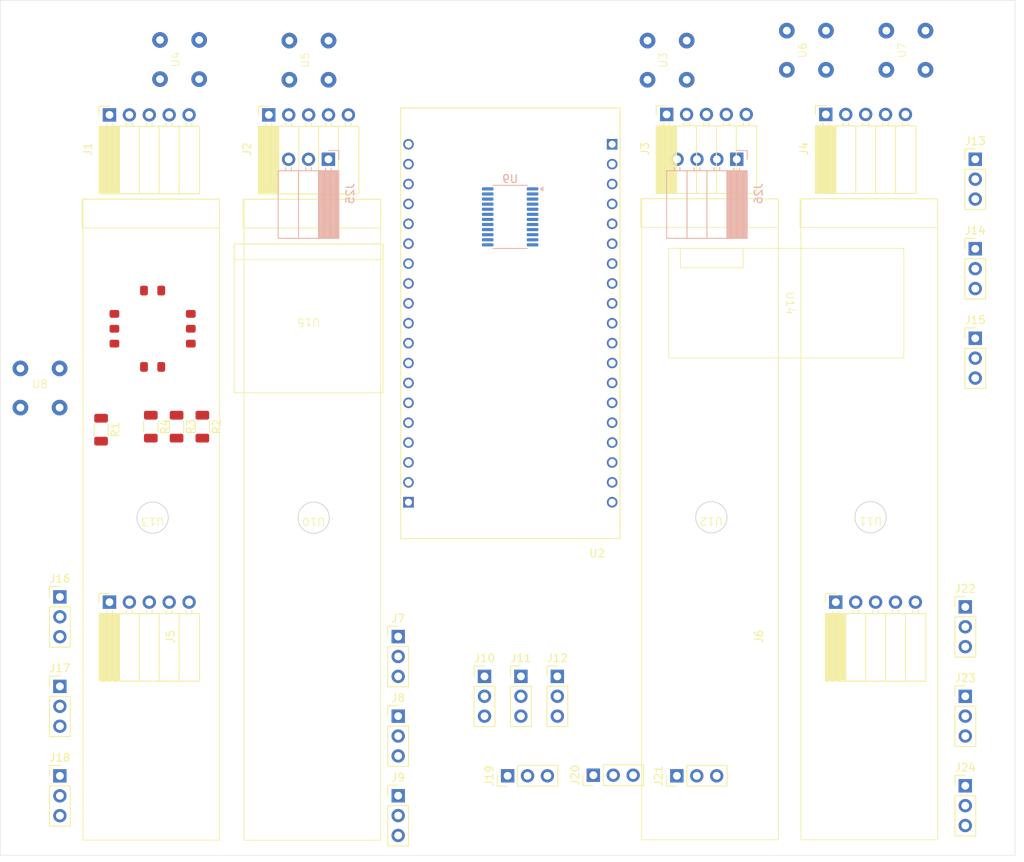
<source format=kicad_pcb>
(kicad_pcb (version 20240108) (generator "pcbnew") (generator_version "8.0")
  (layers (0 "F.Cu" signal) (31 "B.Cu" signal) (34 "B.Paste" user) (35 "F.Paste" user) (36 "B.SilkS" user "B.Silkscreen") (37 "F.SilkS" user "F.Silkscreen") (38 "B.Mask" user) (39 "F.Mask" user) (44 "Edge.Cuts" user))
  (net 0 "")
  (net 1 "CELL4-")
  (net 2 "Net-(J1-Pin_2)")
  (net 3 "Net-(J1-Pin_1)")
  (net 5 "Net-(J1-Pin_3)")
  (net 8 "VRX1")
  (net 9 "SW1")
  (net 10 "VRY2")
  (net 12 "VRY1")
  (net 15 "VRX2")
  (net 24 "+5V")
  (net 25 "GND")
  (net 26 "CELL2+")
  (net 27 "CELL3+")
  (net 28 "CELL4+")
  (net 29 "CELL1+")
  (net 36 "SW2")
  (net 37 "Net-(R1-Pad1)")
  (net 38 "BUT5")
  (net 39 "BUT1")
  (net 40 "BUT3")
  (net 41 "BUT4")
  (net 42 "BUT2")
  (net 45 "SERV1")
  (net 46 "SERV2")
  (net 47 "SERV3")
  (net 48 "SERV4")
  (net 49 "SERV5")
  (net 50 "SERV6")
  (net 51 "SERV7")
  (net 52 "SERV8")
  (net 53 "SERV10")
  (net 54 "SERV11")
  (net 55 "SERV12")
  (net 56 "SERV13")
  (net 57 "SERV14")
  (net 58 "SERV15")
  (net 59 "SERV16")
  (net 60 "SERV17")
  (net 61 "SERV9")
  (net 62 "SERV18")
  (net 63 "SDA")
  (net 64 "SCL")
  (net 65 "Net-(U9-A0)")
  (net 66 "Net-(U9-A1)")
  (net 67 "Net-(U9-A2)")
  (net 68 "DATA")
  (footprint "Connector_PinHeader_2.54mm:PinHeader_1x03_P2.54mm_Vertical" (layer "F.Cu") (at 200.66 127.015)
    (property "Reference" "J22" (at 0 -2.33 0) (layer "F.SilkS"))
    (property "Value" "Conn_01x03_Pin")
    (pad "1" thru_hole rect (at 0 0) (size 1.7 1.7) (drill 1) (layers "*.Cu" "*.Mask") (net 24 "+5V"))
    (pad "2" thru_hole oval (at 0 2.54) (size 1.7 1.7) (drill 1) (layers "*.Cu" "*.Mask") (net 60 "SERV17"))
    (pad "3" thru_hole oval (at 0 5.08) (size 1.7 1.7) (drill 1) (layers "*.Cu" "*.Mask") (net 25 "GND"))
  )
  (footprint "Connector_PinHeader_2.54mm:PinHeader_1x03_P2.54mm_Vertical" (layer "F.Cu") (at 163.845 148.59 90)
    (property "Reference" "J21" (at 0 -2.33 90) (layer "F.SilkS"))
    (property "Value" "Conn_01x03_Pin")
    (pad "1" thru_hole rect (at 0 0 90) (size 1.7 1.7) (drill 1) (layers "*.Cu" "*.Mask") (net 24 "+5V"))
    (pad "2" thru_hole oval (at 0 2.54 90) (size 1.7 1.7) (drill 1) (layers "*.Cu" "*.Mask") (net 59 "SERV16"))
    (pad "3" thru_hole oval (at 0 5.08 90) (size 1.7 1.7) (drill 1) (layers "*.Cu" "*.Mask") (net 25 "GND"))
  )
  (footprint "Connector_PinSocket_2.54mm:PinSocket_1x05_P2.54mm_Horizontal" (layer "F.Cu") (at 162.54 64.12 90)
    (property "Reference" "J3" (at -4.38 -2.77 90) (layer "F.SilkS"))
    (property "Value" "Conn_01x05_Socket")
    (pad "1" thru_hole rect (at 0 0 90) (size 1.7 1.7) (drill 1) (layers "*.Cu" "*.Mask") (net 3 "Net-(J1-Pin_1)"))
    (pad "2" thru_hole oval (at 0 2.54 90) (size 1.7 1.7) (drill 1) (layers "*.Cu" "*.Mask") (net 2 "Net-(J1-Pin_2)"))
    (pad "3" thru_hole oval (at 0 5.08 90) (size 1.7 1.7) (drill 1) (layers "*.Cu" "*.Mask"))
    (pad "4" thru_hole oval (at 0 7.62 90) (size 1.7 1.7) (drill 1) (layers "*.Cu" "*.Mask") (net 27 "CELL3+"))
    (pad "5" thru_hole oval (at 0 10.16 90) (size 1.7 1.7) (drill 1) (layers "*.Cu" "*.Mask") (net 28 "CELL4+"))
  )
  (footprint "Resistor_SMD:R_1206_3216Metric" (layer "F.Cu") (at 96.694783 103.997591 -90)
    (property "Reference" "R4" (at 0 -1.82 90) (layer "F.SilkS"))
    (property "Value" "10k")
    (pad "1" smd roundrect (at -1.4625 0 270) (size 1.125 1.75) (layers "F.Cu" "F.Paste" "F.Mask") (roundrect_rratio 0.222222) (net 67 "Net-(U9-A2)"))
    (pad "2" smd roundrect (at 1.4625 0 270) (size 1.125 1.75) (layers "F.Cu" "F.Paste" "F.Mask") (roundrect_rratio 0.222222) (net 25 "GND"))
  )
  (footprint "Connector_PinHeader_2.54mm:PinHeader_1x03_P2.54mm_Vertical" (layer "F.Cu") (at 139.29 135.89)
    (property "Reference" "J10" (at 0 -2.33 0) (layer "F.SilkS"))
    (property "Value" "Conn_01x03_Pin")
    (pad "1" thru_hole rect (at 0 0) (size 1.7 1.7) (drill 1) (layers "*.Cu" "*.Mask") (net 24 "+5V"))
    (pad "2" thru_hole oval (at 0 2.54) (size 1.7 1.7) (drill 1) (layers "*.Cu" "*.Mask") (net 48 "SERV4"))
    (pad "3" thru_hole oval (at 0 5.08) (size 1.7 1.7) (drill 1) (layers "*.Cu" "*.Mask") (net 25 "GND"))
  )
  (footprint "BMU:BMU" (layer "F.Cu") (at 168.245 115.57 180)
    (property "Reference" "U12" (at 0 -0.5 180) (layer "F.SilkS") (effects (font (thickness 0.1))))
    (property "Value" "~")
    (fp_circle (center 0 0) (end 2 0) (stroke (width 0.1)) (fill none) (layer "Edge.Cuts"))
  )
  (footprint "Connector_PinHeader_2.54mm:PinHeader_1x03_P2.54mm_Vertical" (layer "F.Cu") (at 85.09 148.605)
    (property "Reference" "J18" (at 0 -2.33 0) (layer "F.SilkS"))
    (property "Value" "Conn_01x03_Pin")
    (pad "1" thru_hole rect (at 0 0) (size 1.7 1.7) (drill 1) (layers "*.Cu" "*.Mask") (net 24 "+5V"))
    (pad "2" thru_hole oval (at 0 2.54) (size 1.7 1.7) (drill 1) (layers "*.Cu" "*.Mask") (net 56 "SERV13"))
    (pad "3" thru_hole oval (at 0 5.08) (size 1.7 1.7) (drill 1) (layers "*.Cu" "*.Mask") (net 25 "GND"))
  )
  (footprint "Batteriestecker:Batteriestecker" (layer "F.Cu") (at 193.08 55.92 90)
    (property "Reference" "U7" (at 0 -0.5 90) (layer "F.SilkS") (effects (font (thickness 0.1))))
    (property "Value" "~")
    (pad "1" thru_hole circle (at -2.5 -2.5 90) (size 2 2) (drill 1) (layers "*.Cu" "*.Mask") (net 28 "CELL4+"))
    (pad "1" thru_hole circle (at 2.5 -2.5 90) (size 2 2) (drill 1) (layers "*.Cu" "*.Mask") (net 28 "CELL4+"))
    (pad "2" thru_hole circle (at -2.5 2.5 90) (size 2 2) (drill 1) (layers "*.Cu" "*.Mask") (net 1 "CELL4-"))
    (pad "2" thru_hole circle (at 2.5 2.5 90) (size 2 2) (drill 1) (layers "*.Cu" "*.Mask") (net 1 "CELL4-"))
  )
  (footprint "Connector_PinSocket_2.54mm:PinSocket_1x05_P2.54mm_Horizontal" (layer "F.Cu") (at 91.42 64.18 90)
    (property "Reference" "J1" (at -4.38 -2.77 90) (layer "F.SilkS"))
    (property "Value" "Conn_01x05_Socket")
    (pad "1" thru_hole rect (at 0 0 90) (size 1.7 1.7) (drill 1) (layers "*.Cu" "*.Mask") (net 3 "Net-(J1-Pin_1)"))
    (pad "2" thru_hole oval (at 0 2.54 90) (size 1.7 1.7) (drill 1) (layers "*.Cu" "*.Mask") (net 2 "Net-(J1-Pin_2)"))
    (pad "3" thru_hole oval (at 0 5.08 90) (size 1.7 1.7) (drill 1) (layers "*.Cu" "*.Mask") (net 5 "Net-(J1-Pin_3)"))
    (pad "4" thru_hole oval (at 0 7.62 90) (size 1.7 1.7) (drill 1) (layers "*.Cu" "*.Mask") (net 29 "CELL1+"))
    (pad "5" thru_hole oval (at 0 10.16 90) (size 1.7 1.7) (drill 1) (layers "*.Cu" "*.Mask") (net 26 "CELL2+"))
  )
  (footprint "Connector_PinHeader_2.54mm:PinHeader_1x03_P2.54mm_Vertical" (layer "F.Cu") (at 142.24 148.59 90)
    (property "Reference" "J19" (at 0 -2.33 90) (layer "F.SilkS"))
    (property "Value" "Conn_01x03_Pin")
    (pad "1" thru_hole rect (at 0 0 90) (size 1.7 1.7) (drill 1) (layers "*.Cu" "*.Mask") (net 24 "+5V"))
    (pad "2" thru_hole oval (at 0 2.54 90) (size 1.7 1.7) (drill 1) (layers "*.Cu" "*.Mask") (net 57 "SERV14"))
    (pad "3" thru_hole oval (at 0 5.08 90) (size 1.7 1.7) (drill 1) (layers "*.Cu" "*.Mask") (net 25 "GND"))
  )
  (footprint "Resistor_SMD:R_1206_3216Metric" (layer "F.Cu") (at 99.984783 103.997591 -90)
    (property "Reference" "R3" (at 0 -1.82 90) (layer "F.SilkS"))
    (property "Value" "10k")
    (pad "1" smd roundrect (at -1.4625 0 270) (size 1.125 1.75) (layers "F.Cu" "F.Paste" "F.Mask") (roundrect_rratio 0.222222) (net 66 "Net-(U9-A1)"))
    (pad "2" smd roundrect (at 1.4625 0 270) (size 1.125 1.75) (layers "F.Cu" "F.Paste" "F.Mask") (roundrect_rratio 0.222222) (net 25 "GND"))
  )
  (footprint "Batteriestecker:Batteriestecker" (layer "F.Cu") (at 162.6 57.19 90)
    (property "Reference" "U3" (at 0 -0.5 90) (layer "F.SilkS") (effects (font (thickness 0.1))))
    (property "Value" "~")
    (pad "1" thru_hole circle (at -2.5 -2.5 90) (size 2 2) (drill 1) (layers "*.Cu" "*.Mask") (net 5 "Net-(J1-Pin_3)"))
    (pad "1" thru_hole circle (at 2.5 -2.5 90) (size 2 2) (drill 1) (layers "*.Cu" "*.Mask") (net 5 "Net-(J1-Pin_3)"))
    (pad "2" thru_hole circle (at -2.5 2.5 90) (size 2 2) (drill 1) (layers "*.Cu" "*.Mask") (net 1 "CELL4-"))
    (pad "2" thru_hole circle (at 2.5 2.5 90) (size 2 2) (drill 1) (layers "*.Cu" "*.Mask") (net 1 "CELL4-"))
  )
  (footprint "Batteriestecker:Batteriestecker" (layer "F.Cu") (at 116.88 57.19 90)
    (property "Reference" "U5" (at 0 -0.5 90) (layer "F.SilkS") (effects (font (thickness 0.1))))
    (property "Value" "~")
    (pad "1" thru_hole circle (at -2.5 -2.5 90) (size 2 2) (drill 1) (layers "*.Cu" "*.Mask") (net 26 "CELL2+"))
    (pad "1" thru_hole circle (at 2.5 -2.5 90) (size 2 2) (drill 1) (layers "*.Cu" "*.Mask") (net 26 "CELL2+"))
    (pad "2" thru_hole circle (at -2.5 2.5 90) (size 2 2) (drill 1) (layers "*.Cu" "*.Mask") (net 27 "CELL3+"))
    (pad "2" thru_hole circle (at 2.5 2.5 90) (size 2 2) (drill 1) (layers "*.Cu" "*.Mask") (net 27 "CELL3+"))
  )
  (footprint "Connector_PinHeader_2.54mm:PinHeader_1x03_P2.54mm_Vertical" (layer "F.Cu") (at 128.27 151.13)
    (property "Reference" "J9" (at 0 -2.33 0) (layer "F.SilkS"))
    (property "Value" "Conn_01x03_Pin")
    (pad "1" thru_hole rect (at 0 0) (size 1.7 1.7) (drill 1) (layers "*.Cu" "*.Mask") (net 24 "+5V"))
    (pad "2" thru_hole oval (at 0 2.54) (size 1.7 1.7) (drill 1) (layers "*.Cu" "*.Mask") (net 47 "SERV3"))
    (pad "3" thru_hole oval (at 0 5.08) (size 1.7 1.7) (drill 1) (layers "*.Cu" "*.Mask") (net 25 "GND"))
  )
  (footprint "Lokale Bibliothek:Sender" (layer "F.Cu") (at 116.84 90.17 180)
    (property "Reference" "U15" (at 0 -0.5 180) (layer "F.SilkS") (effects (font (thickness 0.1))))
    (property "Value" "~")
  )
  (footprint "Lokale Bibliothek:Empfänger" (layer "F.Cu") (at 177.8 88.22 -90)
    (property "Reference" "U14" (at 0 -0.5 -90) (layer "F.SilkS") (effects (font (thickness 0.1))))
    (property "Value" "~")
  )
  (footprint "Connector_PinSocket_2.54mm:PinSocket_1x05_P2.54mm_Horizontal" (layer "F.Cu") (at 182.86 64.12 90)
    (property "Reference" "J4" (at -4.38 -2.77 90) (layer "F.SilkS"))
    (property "Value" "Conn_01x05_Socket")
    (pad "1" thru_hole rect (at 0 0 90) (size 1.7 1.7) (drill 1) (layers "*.Cu" "*.Mask") (net 3 "Net-(J1-Pin_1)"))
    (pad "2" thru_hole oval (at 0 2.54 90) (size 1.7 1.7) (drill 1) (layers "*.Cu" "*.Mask") (net 2 "Net-(J1-Pin_2)"))
    (pad "3" thru_hole oval (at 0 5.08 90) (size 1.7 1.7) (drill 1) (layers "*.Cu" "*.Mask"))
    (pad "4" thru_hole oval (at 0 7.62 90) (size 1.7 1.7) (drill 1) (layers "*.Cu" "*.Mask") (net 28 "CELL4+"))
    (pad "5" thru_hole oval (at 0 10.16 90) (size 1.7 1.7) (drill 1) (layers "*.Cu" "*.Mask") (net 1 "CELL4-"))
  )
  (footprint "Connector_PinHeader_2.54mm:PinHeader_1x03_P2.54mm_Vertical" (layer "F.Cu") (at 153.184386 148.509185 90)
    (property "Reference" "J20" (at 0 -2.33 90) (layer "F.SilkS"))
    (property "Value" "Conn_01x03_Pin")
    (pad "1" thru_hole rect (at 0 0 90) (size 1.7 1.7) (drill 1) (layers "*.Cu" "*.Mask") (net 24 "+5V"))
    (pad "2" thru_hole oval (at 0 2.54 90) (size 1.7 1.7) (drill 1) (layers "*.Cu" "*.Mask") (net 58 "SERV15"))
    (pad "3" thru_hole oval (at 0 5.08 90) (size 1.7 1.7) (drill 1) (layers "*.Cu" "*.Mask") (net 25 "GND"))
  )
  (footprint "Library:Steuerkreuz" (layer "F.Cu") (at 96.924783 91.490091)
    (property "Reference" "U1" (hide yes))
    (property "Value" "~" (hide yes))
    (pad "1" smd roundrect (at 1.1 4.875 90) (size 1.25 1) (layers "F.Cu" "F.Paste" "F.Mask") (net 39 "BUT1"))
    (pad "2" smd roundrect (at -1.1 4.875 90) (size 1.25 1) (layers "F.Cu" "F.Paste" "F.Mask") (net 42 "BUT2"))
    (pad "3" smd roundrect (at -4.875 1.9 180) (size 1.25 1) (layers "F.Cu" "F.Paste" "F.Mask") (net 37 "Net-(R1-Pad1)"))
    (pad "4" smd roundrect (at -4.875 0 180) (size 1.25 1) (layers "F.Cu" "F.Paste" "F.Mask") (net 40 "BUT3"))
    (pad "5" smd roundrect (at -4.875 -1.9 180) (size 1.25 1) (layers "F.Cu" "F.Paste" "F.Mask") (net 41 "BUT4"))
    (pad "6" smd roundrect (at -1.1 -4.875 270) (size 1.25 1) (layers "F.Cu" "F.Paste" "F.Mask") (net 37 "Net-(R1-Pad1)"))
    (pad "7" smd roundrect (at 1.1 -4.875 270) (size 1.25 1) (layers "F.Cu" "F.Paste" "F.Mask") (net 38 "BUT5"))
    (pad "8" smd roundrect (at 4.875 -1.9) (size 1.25 1) (layers "F.Cu" "F.Paste" "F.Mask") (net 37 "Net-(R1-Pad1)"))
    (pad "9" smd roundrect (at 4.875 0) (size 1.25 1) (layers "F.Cu" "F.Paste" "F.Mask") (net 37 "Net-(R1-Pad1)"))
    (pad "10" smd roundrect (at 4.875 1.9) (size 1.25 1) (layers "F.Cu" "F.Paste" "F.Mask") (net 37 "Net-(R1-Pad1)"))
  )
  (footprint "Connector_PinHeader_2.54mm:PinHeader_1x03_P2.54mm_Vertical" (layer "F.Cu") (at 128.27 140.97)
    (property "Reference" "J8" (at 0 -2.33 0) (layer "F.SilkS"))
    (property "Value" "Conn_01x03_Pin")
    (pad "1" thru_hole rect (at 0 0) (size 1.7 1.7) (drill 1) (layers "*.Cu" "*.Mask") (net 24 "+5V"))
    (pad "2" thru_hole oval (at 0 2.54) (size 1.7 1.7) (drill 1) (layers "*.Cu" "*.Mask") (net 46 "SERV2"))
    (pad "3" thru_hole oval (at 0 5.08) (size 1.7 1.7) (drill 1) (layers "*.Cu" "*.Mask") (net 25 "GND"))
  )
  (footprint "Batteriestecker:Batteriestecker" (layer "F.Cu") (at 82.55 99.06)
    (property "Reference" "U8" (at 0 -0.5 0) (layer "F.SilkS") (effects (font (thickness 0.1))))
    (property "Value" "~")
    (pad "1" thru_hole circle (at -2.5 -2.5) (size 2 2) (drill 1) (layers "*.Cu" "*.Mask") (net 24 "+5V"))
    (pad "1" thru_hole circle (at 2.5 -2.5) (size 2 2) (drill 1) (layers "*.Cu" "*.Mask") (net 24 "+5V"))
    (pad "2" thru_hole circle (at -2.5 2.5) (size 2 2) (drill 1) (layers "*.Cu" "*.Mask") (net 25 "GND"))
    (pad "2" thru_hole circle (at 2.5 2.5) (size 2 2) (drill 1) (layers "*.Cu" "*.Mask") (net 25 "GND"))
  )
  (footprint "Batteriestecker:Batteriestecker" (layer "F.Cu") (at 180.38 55.92 90)
    (property "Reference" "U6" (at 0 -0.5 90) (layer "F.SilkS") (effects (font (thickness 0.1))))
    (property "Value" "~")
    (pad "1" thru_hole circle (at -2.5 -2.5 90) (size 2 2) (drill 1) (layers "*.Cu" "*.Mask") (net 27 "CELL3+"))
    (pad "1" thru_hole circle (at 2.5 -2.5 90) (size 2 2) (drill 1) (layers "*.Cu" "*.Mask") (net 27 "CELL3+"))
    (pad "2" thru_hole circle (at -2.5 2.5 90) (size 2 2) (drill 1) (layers "*.Cu" "*.Mask") (net 28 "CELL4+"))
    (pad "2" thru_hole circle (at 2.5 2.5 90) (size 2 2) (drill 1) (layers "*.Cu" "*.Mask") (net 28 "CELL4+"))
  )
  (footprint "BMU:BMU" (layer "F.Cu") (at 96.924783 115.620091 180)
    (property "Reference" "U13" (at 0 -0.5 180) (layer "F.SilkS") (effects (font (thickness 0.1))))
    (property "Value" "~")
    (fp_circle (center 0 0) (end 2 0) (stroke (width 0.1)) (fill none) (layer "Edge.Cuts"))
  )
  (footprint "BMU:BMU" (layer "F.Cu") (at 117.485 115.63 180)
    (property "Reference" "U10" (at 0 -0.5 180) (layer "F.SilkS") (effects (font (thickness 0.1))))
    (property "Value" "~")
    (fp_circle (center 0 0) (end 2 0) (stroke (width 0.1)) (fill none) (layer "Edge.Cuts"))
  )
  (footprint "Connector_PinSocket_2.54mm:PinSocket_1x05_P2.54mm_Horizontal" (layer "F.Cu") (at 111.76 64.18 90)
    (property "Reference" "J2" (at -4.38 -2.77 90) (layer "F.SilkS"))
    (property "Value" "Conn_01x05_Socket")
    (pad "1" thru_hole rect (at 0 0 90) (size 1.7 1.7) (drill 1) (layers "*.Cu" "*.Mask") (net 3 "Net-(J1-Pin_1)"))
    (pad "2" thru_hole oval (at 0 2.54 90) (size 1.7 1.7) (drill 1) (layers "*.Cu" "*.Mask") (net 2 "Net-(J1-Pin_2)"))
    (pad "3" thru_hole oval (at 0 5.08 90) (size 1.7 1.7) (drill 1) (layers "*.Cu" "*.Mask"))
    (pad "4" thru_hole oval (at 0 7.62 90) (size 1.7 1.7) (drill 1) (layers "*.Cu" "*.Mask") (net 26 "CELL2+"))
    (pad "5" thru_hole oval (at 0 10.16 90) (size 1.7 1.7) (drill 1) (layers "*.Cu" "*.Mask") (net 27 "CELL3+"))
  )
  (footprint "Resistor_SMD:R_1206_3216Metric" (layer "F.Cu") (at 90.344783 104.382591 -90)
    (property "Reference" "R1" (at 0 -1.82 90) (layer "F.SilkS"))
    (property "Value" "10k")
    (pad "1" smd roundrect (at -1.4625 0 270) (size 1.125 1.75) (layers "F.Cu" "F.Paste" "F.Mask") (roundrect_rratio 0.222222) (net 37 "Net-(R1-Pad1)"))
    (pad "2" smd roundrect (at 1.4625 0 270) (size 1.125 1.75) (layers "F.Cu" "F.Paste" "F.Mask") (roundrect_rratio 0.222222) (net 25 "GND"))
  )
  (footprint "Connector_PinHeader_2.54mm:PinHeader_1x03_P2.54mm_Vertical" (layer "F.Cu") (at 201.93 69.85)
    (property "Reference" "J13" (at 0 -2.33 0) (layer "F.SilkS"))
    (property "Value" "Conn_01x03_Pin")
    (pad "1" thru_hole rect (at 0 0) (size 1.7 1.7) (drill 1) (layers "*.Cu" "*.Mask") (net 24 "+5V"))
    (pad "2" thru_hole oval (at 0 2.54) (size 1.7 1.7) (drill 1) (layers "*.Cu" "*.Mask") (net 51 "SERV7"))
    (pad "3" thru_hole oval (at 0 5.08) (size 1.7 1.7) (drill 1) (layers "*.Cu" "*.Mask") (net 25 "GND"))
  )
  (footprint "Connector_PinHeader_2.54mm:PinHeader_1x03_P2.54mm_Vertical" (layer "F.Cu") (at 148.59 135.89)
    (property "Reference" "J12" (at 0 -2.33 0) (layer "F.SilkS"))
    (property "Value" "Conn_01x03_Pin")
    (pad "1" thru_hole rect (at 0 0) (size 1.7 1.7) (drill 1) (layers "*.Cu" "*.Mask") (net 24 "+5V"))
    (pad "2" thru_hole oval (at 0 2.54) (size 1.7 1.7) (drill 1) (layers "*.Cu" "*.Mask") (net 50 "SERV6"))
    (pad "3" thru_hole oval (at 0 5.08) (size 1.7 1.7) (drill 1) (layers "*.Cu" "*.Mask") (net 25 "GND"))
  )
  (footprint "Connector_PinHeader_2.54mm:PinHeader_1x03_P2.54mm_Vertical" (layer "F.Cu") (at 200.66 138.43)
    (property "Reference" "J23" (at 0 -2.33 0) (layer "F.SilkS"))
    (property "Value" "Conn_01x03_Pin")
    (pad "1" thru_hole rect (at 0 0) (size 1.7 1.7) (drill 1) (layers "*.Cu" "*.Mask") (net 24 "+5V"))
    (pad "2" thru_hole oval (at 0 2.54) (size 1.7 1.7) (drill 1) (layers "*.Cu" "*.Mask") (net 61 "SERV9"))
    (pad "3" thru_hole oval (at 0 5.08) (size 1.7 1.7) (drill 1) (layers "*.Cu" "*.Mask") (net 25 "GND"))
  )
  (footprint "Batteriestecker:Batteriestecker" (layer "F.Cu") (at 100.37 57.11 90)
    (property "Reference" "U4" (at 0 -0.5 90) (layer "F.SilkS") (effects (font (thickness 0.1))))
    (property "Value" "~")
    (pad "1" thru_hole circle (at -2.5 -2.5 90) (size 2 2) (drill 1) (layers "*.Cu" "*.Mask") (net 29 "CELL1+"))
    (pad "1" thru_hole circle (at 2.5 -2.5 90) (size 2 2) (drill 1) (layers "*.Cu" "*.Mask") (net 29 "CELL1+"))
    (pad "2" thru_hole circle (at -2.5 2.5 90) (size 2 2) (drill 1) (layers "*.Cu" "*.Mask") (net 26 "CELL2+"))
    (pad "2" thru_hole circle (at 2.5 2.5 90) (size 2 2) (drill 1) (layers "*.Cu" "*.Mask") (net 26 "CELL2+"))
  )
  (footprint "Resistor_SMD:R_1206_3216Metric" (layer "F.Cu") (at 103.274783 103.997591 -90)
    (property "Reference" "R2" (at 0 -1.82 90) (layer "F.SilkS"))
    (property "Value" "10k")
    (pad "1" smd roundrect (at -1.4625 0 270) (size 1.125 1.75) (layers "F.Cu" "F.Paste" "F.Mask") (roundrect_rratio 0.222222) (net 65 "Net-(U9-A0)"))
    (pad "2" smd roundrect (at 1.4625 0 270) (size 1.125 1.75) (layers "F.Cu" "F.Paste" "F.Mask") (roundrect_rratio 0.222222) (net 25 "GND"))
  )
  (footprint "Connector_PinHeader_2.54mm:PinHeader_1x03_P2.54mm_Vertical" (layer "F.Cu") (at 85.09 137.175)
    (property "Reference" "J17" (at 0 -2.33 0) (layer "F.SilkS"))
    (property "Value" "Conn_01x03_Pin")
    (pad "1" thru_hole rect (at 0 0) (size 1.7 1.7) (drill 1) (layers "*.Cu" "*.Mask") (net 24 "+5V"))
    (pad "2" thru_hole oval (at 0 2.54) (size 1.7 1.7) (drill 1) (layers "*.Cu" "*.Mask") (net 55 "SERV12"))
    (pad "3" thru_hole oval (at 0 5.08) (size 1.7 1.7) (drill 1) (layers "*.Cu" "*.Mask") (net 25 "GND"))
  )
  (footprint "Connector_PinHeader_2.54mm:PinHeader_1x03_P2.54mm_Vertical" (layer "F.Cu") (at 201.93 92.71)
    (property "Reference" "J15" (at 0 -2.33 0) (layer "F.SilkS"))
    (property "Value" "Conn_01x03_Pin")
    (pad "1" thru_hole rect (at 0 0) (size 1.7 1.7) (drill 1) (layers "*.Cu" "*.Mask") (net 24 "+5V"))
    (pad "2" thru_hole oval (at 0 2.54) (size 1.7 1.7) (drill 1) (layers "*.Cu" "*.Mask") (net 53 "SERV10"))
    (pad "3" thru_hole oval (at 0 5.08) (size 1.7 1.7) (drill 1) (layers "*.Cu" "*.Mask") (net 25 "GND"))
  )
  (footprint "Connector_PinHeader_2.54mm:PinHeader_1x03_P2.54mm_Vertical" (layer "F.Cu") (at 200.66 149.86)
    (property "Reference" "J24" (at 0 -2.33 0) (layer "F.SilkS"))
    (property "Value" "Conn_01x03_Pin")
    (pad "1" thru_hole rect (at 0 0) (size 1.7 1.7) (drill 1) (layers "*.Cu" "*.Mask") (net 24 "+5V"))
    (pad "2" thru_hole oval (at 0 2.54) (size 1.7 1.7) (drill 1) (layers "*.Cu" "*.Mask") (net 62 "SERV18"))
    (pad "3" thru_hole oval (at 0 5.08) (size 1.7 1.7) (drill 1) (layers "*.Cu" "*.Mask") (net 25 "GND"))
  )
  (footprint "Connector_PinHeader_2.54mm:PinHeader_1x03_P2.54mm_Vertical" (layer "F.Cu") (at 143.94 135.89)
    (property "Reference" "J11" (at 0 -2.33 0) (layer "F.SilkS"))
    (property "Value" "Conn_01x03_Pin")
    (pad "1" thru_hole rect (at 0 0) (size 1.7 1.7) (drill 1) (layers "*.Cu" "*.Mask") (net 24 "+5V"))
    (pad "2" thru_hole oval (at 0 2.54) (size 1.7 1.7) (drill 1) (layers "*.Cu" "*.Mask") (net 49 "SERV5"))
    (pad "3" thru_hole oval (at 0 5.08) (size 1.7 1.7) (drill 1) (layers "*.Cu" "*.Mask") (net 25 "GND"))
  )
  (footprint "Connector_PinHeader_2.54mm:PinHeader_1x03_P2.54mm_Vertical" (layer "F.Cu") (at 201.93 81.28)
    (property "Reference" "J14" (at 0 -2.33 0) (layer "F.SilkS"))
    (property "Value" "Conn_01x03_Pin")
    (pad "1" thru_hole rect (at 0 0) (size 1.7 1.7) (drill 1) (layers "*.Cu" "*.Mask") (net 24 "+5V"))
    (pad "2" thru_hole oval (at 0 2.54) (size 1.7 1.7) (drill 1) (layers "*.Cu" "*.Mask") (net 52 "SERV8"))
    (pad "3" thru_hole oval (at 0 5.08) (size 1.7 1.7) (drill 1) (layers "*.Cu" "*.Mask") (net 25 "GND"))
  )
  (footprint "Connector_PinSocket_2.54mm:PinSocket_1x05_P2.54mm_Horizontal" (layer "F.Cu") (at 91.42 126.41 90)
    (property "Reference" "J5" (at -4.430091 7.794783 90) (layer "F.SilkS"))
    (property "Value" "Conn_01x05_Socket")
    (pad "1" thru_hole rect (at 0 0 90) (size 1.7 1.7) (drill 1) (layers "*.Cu" "*.Mask") (net 25 "GND"))
    (pad "2" thru_hole oval (at 0 2.54 90) (size 1.7 1.7) (drill 1) (layers "*.Cu" "*.Mask") (net 24 "+5V"))
    (pad "3" thru_hole oval (at 0 5.08 90) (size 1.7 1.7) (drill 1) (layers "*.Cu" "*.Mask") (net 8 "VRX1"))
    (pad "4" thru_hole oval (at 0 7.62 90) (size 1.7 1.7) (drill 1) (layers "*.Cu" "*.Mask") (net 12 "VRY1"))
    (pad "5" thru_hole oval (at 0 10.16 90) (size 1.7 1.7) (drill 1) (layers "*.Cu" "*.Mask") (net 9 "SW1"))
  )
  (footprint "BMU:BMU" (layer "F.Cu") (at 188.565 115.57 180)
    (property "Reference" "U11" (at 0 -0.5 180) (layer "F.SilkS") (effects (font (thickness 0.1))))
    (property "Value" "~")
    (fp_circle (center 0 0) (end 2 0) (stroke (width 0.1)) (fill none) (layer "Edge.Cuts"))
  )
  (footprint "Connector_PinHeader_2.54mm:PinHeader_1x03_P2.54mm_Vertical" (layer "F.Cu") (at 128.27 130.81)
    (property "Reference" "J7" (at 0 -2.33 0) (layer "F.SilkS"))
    (property "Value" "Conn_01x03_Pin")
    (pad "1" thru_hole rect (at 0 0) (size 1.7 1.7) (drill 1) (layers "*.Cu" "*.Mask") (net 24 "+5V"))
    (pad "2" thru_hole oval (at 0 2.54) (size 1.7 1.7) (drill 1) (layers "*.Cu" "*.Mask") (net 45 "SERV1"))
    (pad "3" thru_hole oval (at 0 5.08) (size 1.7 1.7) (drill 1) (layers "*.Cu" "*.Mask") (net 25 "GND"))
  )
  (footprint "Connector_PinHeader_2.54mm:PinHeader_1x03_P2.54mm_Vertical" (layer "F.Cu") (at 85.09 125.745)
    (property "Reference" "J16" (at 0 -2.33 0) (layer "F.SilkS"))
    (property "Value" "Conn_01x03_Pin")
    (pad "1" thru_hole rect (at 0 0) (size 1.7 1.7) (drill 1) (layers "*.Cu" "*.Mask") (net 24 "+5V"))
    (pad "2" thru_hole oval (at 0 2.54) (size 1.7 1.7) (drill 1) (layers "*.Cu" "*.Mask") (net 54 "SERV11"))
    (pad "3" thru_hole oval (at 0 5.08) (size 1.7 1.7) (drill 1) (layers "*.Cu" "*.Mask") (net 25 "GND"))
  )
  (footprint "Connector_PinSocket_2.54mm:PinSocket_1x05_P2.54mm_Horizontal" (layer "F.Cu") (at 184.13 126.41 90)
    (property "Reference" "J6" (at -4.38 -9.785 90) (layer "F.SilkS"))
    (property "Value" "Conn_01x05_Socket")
    (pad "1" thru_hole rect (at 0 0 90) (size 1.7 1.7) (drill 1) (layers "*.Cu" "*.Mask") (net 25 "GND"))
    (pad "2" thru_hole oval (at 0 2.54 90) (size 1.7 1.7) (drill 1) (layers "*.Cu" "*.Mask") (net 24 "+5V"))
    (pad "3" thru_hole oval (at 0 5.08 90) (size 1.7 1.7) (drill 1) (layers "*.Cu" "*.Mask") (net 15 "VRX2"))
    (pad "4" thru_hole oval (at 0 7.62 90) (size 1.7 1.7) (drill 1) (layers "*.Cu" "*.Mask") (net 10 "VRY2"))
    (pad "5" thru_hole oval (at 0 10.16 90) (size 1.7 1.7) (drill 1) (layers "*.Cu" "*.Mask") (net 36 "SW2"))
  )
  (footprint "ESP32_NODEMCU:MODULE_ESP32_NODEMCU" (layer "F.Cu") (at 142.585 90.79 180)
    (property "Reference" "U2" (at -11.075 -29.385 0) (layer "F.SilkS"))
    (property "Value" "ESP32_NODEMCU")
    (pad "" np_thru_hole circle (at -12.5 -26 180) (size 2.25 2.25) (drill 2.25) (layers "*.Cu" "*.Mask"))
    (pad "" np_thru_hole circle (at -12.5 26 180) (size 2.25 2.25) (drill 2.25) (layers "*.Cu" "*.Mask"))
    (pad "" np_thru_hole circle (at 12.5 -26 180) (size 2.25 2.25) (drill 2.25) (layers "*.Cu" "*.Mask"))
    (pad "" np_thru_hole circle (at 12.5 26 180) (size 2.25 2.25) (drill 2.25) (layers "*.Cu" "*.Mask"))
    (pad "J4_1" thru_hole rect (at 13 -22.86 180) (size 1.35 1.35) (drill 0.9) (layers "*.Cu" "*.Mask"))
    (pad "J4_2" thru_hole circle (at 13 -20.32 180) (size 1.35 1.35) (drill 0.9) (layers "*.Cu" "*.Mask") (net 42 "BUT2"))
    (pad "J4_3" thru_hole circle (at 13 -17.78 180) (size 1.35 1.35) (drill 0.9) (layers "*.Cu" "*.Mask") (net 64 "SCL"))
    (pad "J4_4" thru_hole circle (at 13 -15.24 180) (size 1.35 1.35) (drill 0.9) (layers "*.Cu" "*.Mask"))
    (pad "J4_5" thru_hole circle (at 13 -12.7 180) (size 1.35 1.35) (drill 0.9) (layers "*.Cu" "*.Mask"))
    (pad "J4_6" thru_hole circle (at 13 -10.16 180) (size 1.35 1.35) (drill 0.9) (layers "*.Cu" "*.Mask") (net 63 "SDA"))
    (pad "J4_7" thru_hole circle (at 13 -7.62 180) (size 1.35 1.35) (drill 0.9) (layers "*.Cu" "*.Mask"))
    (pad "J4_8" thru_hole circle (at 13 -5.08 180) (size 1.35 1.35) (drill 0.9) (layers "*.Cu" "*.Mask") (net 40 "BUT3"))
    (pad "J4_9" thru_hole circle (at 13 -2.54 180) (size 1.35 1.35) (drill 0.9) (layers "*.Cu" "*.Mask") (net 41 "BUT4"))
    (pad "J4_10" thru_hole circle (at 13 0 180) (size 1.35 1.35) (drill 0.9) (layers "*.Cu" "*.Mask"))
    (pad "J4_11" thru_hole circle (at 13 2.54 180) (size 1.35 1.35) (drill 0.9) (layers "*.Cu" "*.Mask") (net 38 "BUT5"))
    (pad "J4_12" thru_hole circle (at 13 5.08 180) (size 1.35 1.35) (drill 0.9) (layers "*.Cu" "*.Mask") (net 68 "DATA"))
    (pad "J4_13" thru_hole circle (at 13 7.62 180) (size 1.35 1.35) (drill 0.9) (layers "*.Cu" "*.Mask") (net 60 "SERV17"))
    (pad "J4_14" thru_hole circle (at 13 10.16 180) (size 1.35 1.35) (drill 0.9) (layers "*.Cu" "*.Mask"))
    (pad "J4_15" thru_hole circle (at 13 12.7 180) (size 1.35 1.35) (drill 0.9) (layers "*.Cu" "*.Mask"))
    (pad "J4_16" thru_hole circle (at 13 15.24 180) (size 1.35 1.35) (drill 0.9) (layers "*.Cu" "*.Mask"))
    (pad "J4_17" thru_hole circle (at 13 17.78 180) (size 1.35 1.35) (drill 0.9) (layers "*.Cu" "*.Mask"))
    (pad "J4_18" thru_hole circle (at 13 20.32 180) (size 1.35 1.35) (drill 0.9) (layers "*.Cu" "*.Mask"))
    (pad "J4_19" thru_hole circle (at 13 22.86 180) (size 1.35 1.35) (drill 0.9) (layers "*.Cu" "*.Mask"))
    (pad "J5_1" thru_hole rect (at -13 22.86 180) (size 1.35 1.35) (drill 0.9) (layers "*.Cu" "*.Mask") (net 24 "+5V"))
    (pad "J5_2" thru_hole circle (at -13 20.32 180) (size 1.35 1.35) (drill 0.9) (layers "*.Cu" "*.Mask"))
    (pad "J5_3" thru_hole circle (at -13 17.78 180) (size 1.35 1.35) (drill 0.9) (layers "*.Cu" "*.Mask"))
    (pad "J5_4" thru_hole circle (at -13 15.24 180) (size 1.35 1.35) (drill 0.9) (layers "*.Cu" "*.Mask"))
    (pad "J5_5" thru_hole circle (at -13 12.7 180) (size 1.35 1.35) (drill 0.9) (layers "*.Cu" "*.Mask") (net 62 "SERV18"))
    (pad "J5_6" thru_hole circle (at -13 10.16 180) (size 1.35 1.35) (drill 0.9) (layers "*.Cu" "*.Mask") (net 25 "GND"))
    (pad "J5_7" thru_hole circle (at -13 7.62 180) (size 1.35 1.35) (drill 0.9) (layers "*.Cu" "*.Mask"))
    (pad "J5_8" thru_hole circle (at -13 5.08 180) (size 1.35 1.35) (drill 0.9) (layers "*.Cu" "*.Mask"))
    (pad "J5_9" thru_hole circle (at -13 2.54 180) (size 1.35 1.35) (drill 0.9) (layers "*.Cu" "*.Mask") (net 36 "SW2"))
    (pad "J5_10" thru_hole circle (at -13 0 180) (size 1.35 1.35) (drill 0.9) (layers "*.Cu" "*.Mask") (net 36 "SW2"))
    (pad "J5_11" thru_hole circle (at -13 -2.54 180) (size 1.35 1.35) (drill 0.9) (layers "*.Cu" "*.Mask") (net 39 "BUT1"))
    (pad "J5_12" thru_hole circle (at -13 -5.08 180) (size 1.35 1.35) (drill 0.9) (layers "*.Cu" "*.Mask") (net 12 "VRY1"))
    (pad "J5_13" thru_hole circle (at -13 -7.62 180) (size 1.35 1.35) (drill 0.9) (layers "*.Cu" "*.Mask") (net 8 "VRX1"))
    (pad "J5_14" thru_hole circle (at -13 -10.16 180) (size 1.35 1.35) (drill 0.9) (layers "*.Cu" "*.Mask") (net 10 "VRY2"))
    (pad "J5_15" thru_hole circle (at -13 -12.7 180) (size 1.35 1.35) (drill 0.9) (layers "*.Cu" "*.Mask") (net 15 "VRX2"))
    (pad "J5_16" thru_hole circle (at -13 -15.24 180) (size 1.35 1.35) (drill 0.9) (layers "*.Cu" "*.Mask"))
    (pad "J5_17" thru_hole circle (at -13 -17.78 180) (size 1.35 1.35) (drill 0.9) (layers "*.Cu" "*.Mask"))
    (pad "J5_18" thru_hole circle (at -13 -20.32 180) (size 1.35 1.35) (drill 0.9) (layers "*.Cu" "*.Mask"))
    (pad "J5_19" thru_hole circle (at -13 -22.86 180) (size 1.35 1.35) (drill 0.9) (layers "*.Cu" "*.Mask"))
  )
  (footprint "Package_SO:TSSOP-24_4.4x7.8mm_P0.65mm" (layer "B.Cu") (at 142.5625 77.205 180)
    (property "Reference" "U9" (at 0 4.85 360) (layer "B.SilkS") (effects (justify mirror)))
    (property "Value" "PCA9555PW")
    (pad "1" smd roundrect (at -2.8625 3.575 180) (size 1.475 0.4) (layers "B.Cu" "B.Paste" "B.Mask"))
    (pad "2" smd roundrect (at -2.8625 2.925 180) (size 1.475 0.4) (layers "B.Cu" "B.Paste" "B.Mask") (net 66 "Net-(U9-A1)"))
    (pad "3" smd roundrect (at -2.8625 2.275 180) (size 1.475 0.4) (layers "B.Cu" "B.Paste" "B.Mask") (net 67 "Net-(U9-A2)"))
    (pad "4" smd roundrect (at -2.8625 1.625 180) (size 1.475 0.4) (layers "B.Cu" "B.Paste" "B.Mask") (net 45 "SERV1"))
    (pad "5" smd roundrect (at -2.8625 0.975 180) (size 1.475 0.4) (layers "B.Cu" "B.Paste" "B.Mask") (net 46 "SERV2"))
    (pad "6" smd roundrect (at -2.8625 0.325 180) (size 1.475 0.4) (layers "B.Cu" "B.Paste" "B.Mask") (net 47 "SERV3"))
    (pad "7" smd roundrect (at -2.8625 -0.325 180) (size 1.475 0.4) (layers "B.Cu" "B.Paste" "B.Mask") (net 48 "SERV4"))
    (pad "8" smd roundrect (at -2.8625 -0.975 180) (size 1.475 0.4) (layers "B.Cu" "B.Paste" "B.Mask") (net 49 "SERV5"))
    (pad "9" smd roundrect (at -2.8625 -1.625 180) (size 1.475 0.4) (layers "B.Cu" "B.Paste" "B.Mask") (net 50 "SERV6"))
    (pad "10" smd roundrect (at -2.8625 -2.275 180) (size 1.475 0.4) (layers "B.Cu" "B.Paste" "B.Mask") (net 51 "SERV7"))
    (pad "11" smd roundrect (at -2.8625 -2.925 180) (size 1.475 0.4) (layers "B.Cu" "B.Paste" "B.Mask") (net 52 "SERV8"))
    (pad "12" smd roundrect (at -2.8625 -3.575 180) (size 1.475 0.4) (layers "B.Cu" "B.Paste" "B.Mask") (net 25 "GND"))
    (pad "13" smd roundrect (at 2.8625 -3.575 180) (size 1.475 0.4) (layers "B.Cu" "B.Paste" "B.Mask") (net 61 "SERV9"))
    (pad "14" smd roundrect (at 2.8625 -2.925 180) (size 1.475 0.4) (layers "B.Cu" "B.Paste" "B.Mask") (net 53 "SERV10"))
    (pad "15" smd roundrect (at 2.8625 -2.275 180) (size 1.475 0.4) (layers "B.Cu" "B.Paste" "B.Mask") (net 54 "SERV11"))
    (pad "16" smd roundrect (at 2.8625 -1.625 180) (size 1.475 0.4) (layers "B.Cu" "B.Paste" "B.Mask") (net 55 "SERV12"))
    (pad "17" smd roundrect (at 2.8625 -0.975 180) (size 1.475 0.4) (layers "B.Cu" "B.Paste" "B.Mask") (net 56 "SERV13"))
    (pad "18" smd roundrect (at 2.8625 -0.325 180) (size 1.475 0.4) (layers "B.Cu" "B.Paste" "B.Mask") (net 57 "SERV14"))
    (pad "19" smd roundrect (at 2.8625 0.325 180) (size 1.475 0.4) (layers "B.Cu" "B.Paste" "B.Mask") (net 58 "SERV15"))
    (pad "20" smd roundrect (at 2.8625 0.975 180) (size 1.475 0.4) (layers "B.Cu" "B.Paste" "B.Mask") (net 59 "SERV16"))
    (pad "21" smd roundrect (at 2.8625 1.625 180) (size 1.475 0.4) (layers "B.Cu" "B.Paste" "B.Mask") (net 65 "Net-(U9-A0)"))
    (pad "22" smd roundrect (at 2.8625 2.275 180) (size 1.475 0.4) (layers "B.Cu" "B.Paste" "B.Mask") (net 64 "SCL"))
    (pad "23" smd roundrect (at 2.8625 2.925 180) (size 1.475 0.4) (layers "B.Cu" "B.Paste" "B.Mask") (net 63 "SDA"))
    (pad "24" smd roundrect (at 2.8625 3.575 180) (size 1.475 0.4) (layers "B.Cu" "B.Paste" "B.Mask"))
  )
  (footprint "Connector_PinSocket_2.54mm:PinSocket_1x04_P2.54mm_Horizontal" (layer "B.Cu") (at 171.49 69.85 90)
    (property "Reference" "J26" (at -4.38 2.77 90) (layer "B.SilkS") (effects (justify mirror)))
    (property "Value" "Conn_01x04_Socket")
    (pad "1" thru_hole rect (at 0 0 90) (size 1.7 1.7) (drill 1) (layers "*.Cu" "*.Mask") (net 25 "GND"))
    (pad "2" thru_hole oval (at 0 -2.54 90) (size 1.7 1.7) (drill 1) (layers "*.Cu" "*.Mask") (net 68 "DATA"))
    (pad "3" thru_hole oval (at 0 -5.08 90) (size 1.7 1.7) (drill 1) (layers "*.Cu" "*.Mask") (net 68 "DATA"))
    (pad "4" thru_hole oval (at 0 -7.62 90) (size 1.7 1.7) (drill 1) (layers "*.Cu" "*.Mask") (net 24 "+5V"))
  )
  (footprint "Connector_PinSocket_2.54mm:PinSocket_1x03_P2.54mm_Horizontal" (layer "B.Cu") (at 119.365 69.85 90)
    (property "Reference" "J25" (at -4.38 2.77 90) (layer "B.SilkS") (effects (justify mirror)))
    (property "Value" "Conn_01x03_Socket")
    (pad "1" thru_hole rect (at 0 0 90) (size 1.7 1.7) (drill 1) (layers "*.Cu" "*.Mask") (net 25 "GND"))
    (pad "2" thru_hole oval (at 0 -2.54 90) (size 1.7 1.7) (drill 1) (layers "*.Cu" "*.Mask") (net 24 "+5V"))
    (pad "3" thru_hole oval (at 0 -5.08 90) (size 1.7 1.7) (drill 1) (layers "*.Cu" "*.Mask") (net 68 "DATA"))
  )
  (gr_rect (start 77.47 49.53) (end 207.01 158.75) (stroke (width 0.05)) (fill none) (layer "Edge.Cuts"))
)
</source>
